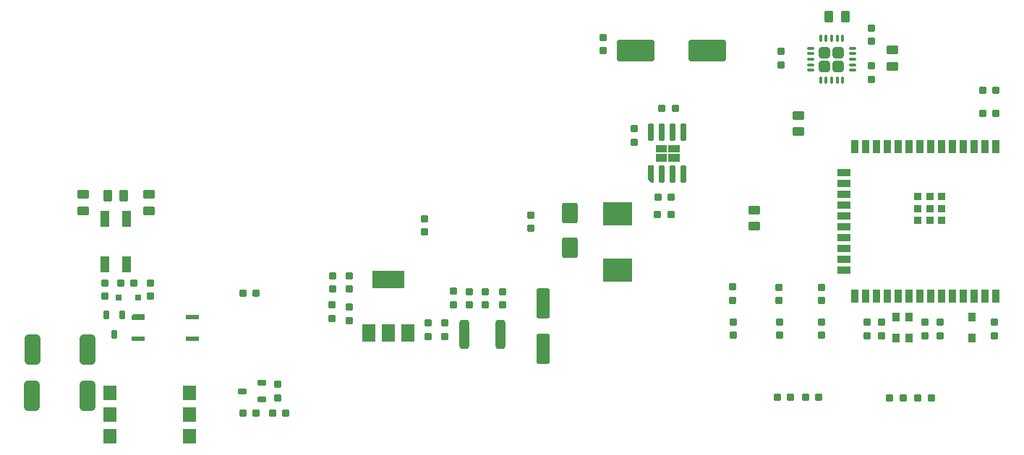
<source format=gbr>
%TF.GenerationSoftware,KiCad,Pcbnew,7.0.10*%
%TF.CreationDate,2024-06-13T10:18:46+07:00*%
%TF.ProjectId,board_dkth,626f6172-645f-4646-9b74-682e6b696361,rev?*%
%TF.SameCoordinates,Original*%
%TF.FileFunction,Paste,Top*%
%TF.FilePolarity,Positive*%
%FSLAX46Y46*%
G04 Gerber Fmt 4.6, Leading zero omitted, Abs format (unit mm)*
G04 Created by KiCad (PCBNEW 7.0.10) date 2024-06-13 10:18:46*
%MOMM*%
%LPD*%
G01*
G04 APERTURE LIST*
G04 Aperture macros list*
%AMRoundRect*
0 Rectangle with rounded corners*
0 $1 Rounding radius*
0 $2 $3 $4 $5 $6 $7 $8 $9 X,Y pos of 4 corners*
0 Add a 4 corners polygon primitive as box body*
4,1,4,$2,$3,$4,$5,$6,$7,$8,$9,$2,$3,0*
0 Add four circle primitives for the rounded corners*
1,1,$1+$1,$2,$3*
1,1,$1+$1,$4,$5*
1,1,$1+$1,$6,$7*
1,1,$1+$1,$8,$9*
0 Add four rect primitives between the rounded corners*
20,1,$1+$1,$2,$3,$4,$5,0*
20,1,$1+$1,$4,$5,$6,$7,0*
20,1,$1+$1,$6,$7,$8,$9,0*
20,1,$1+$1,$8,$9,$2,$3,0*%
%AMOutline5P*
0 Free polygon, 5 corners , with rotation*
0 The origin of the aperture is its center*
0 number of corners: always 5*
0 $1 to $10 corner X, Y*
0 $11 Rotation angle, in degrees counterclockwise*
0 create outline with 5 corners*
4,1,5,$1,$2,$3,$4,$5,$6,$7,$8,$9,$10,$1,$2,$11*%
%AMOutline6P*
0 Free polygon, 6 corners , with rotation*
0 The origin of the aperture is its center*
0 number of corners: always 6*
0 $1 to $12 corner X, Y*
0 $13 Rotation angle, in degrees counterclockwise*
0 create outline with 6 corners*
4,1,6,$1,$2,$3,$4,$5,$6,$7,$8,$9,$10,$11,$12,$1,$2,$13*%
%AMOutline7P*
0 Free polygon, 7 corners , with rotation*
0 The origin of the aperture is its center*
0 number of corners: always 7*
0 $1 to $14 corner X, Y*
0 $15 Rotation angle, in degrees counterclockwise*
0 create outline with 7 corners*
4,1,7,$1,$2,$3,$4,$5,$6,$7,$8,$9,$10,$11,$12,$13,$14,$1,$2,$15*%
%AMOutline8P*
0 Free polygon, 8 corners , with rotation*
0 The origin of the aperture is its center*
0 number of corners: always 8*
0 $1 to $16 corner X, Y*
0 $17 Rotation angle, in degrees counterclockwise*
0 create outline with 8 corners*
4,1,8,$1,$2,$3,$4,$5,$6,$7,$8,$9,$10,$11,$12,$13,$14,$15,$16,$1,$2,$17*%
G04 Aperture macros list end*
%ADD10C,0.010000*%
%ADD11RoundRect,0.127500X-0.322500X0.297500X-0.322500X-0.297500X0.322500X-0.297500X0.322500X0.297500X0*%
%ADD12RoundRect,0.150000X-0.525000X0.350000X-0.525000X-0.350000X0.525000X-0.350000X0.525000X0.350000X0*%
%ADD13RoundRect,0.367348X-0.532652X-1.382652X0.532652X-1.382652X0.532652X1.382652X-0.532652X1.382652X0*%
%ADD14RoundRect,0.127500X-0.297500X-0.322500X0.297500X-0.322500X0.297500X0.322500X-0.297500X0.322500X0*%
%ADD15RoundRect,0.127500X0.322500X-0.297500X0.322500X0.297500X-0.322500X0.297500X-0.322500X-0.297500X0*%
%ADD16RoundRect,0.150000X0.525000X-0.350000X0.525000X0.350000X-0.525000X0.350000X-0.525000X-0.350000X0*%
%ADD17R,1.050000X1.875000*%
%ADD18RoundRect,0.225000X0.225000X-0.325000X0.225000X0.325000X-0.225000X0.325000X-0.225000X-0.325000X0*%
%ADD19RoundRect,0.127500X0.297500X0.322500X-0.297500X0.322500X-0.297500X-0.322500X0.297500X-0.322500X0*%
%ADD20R,3.500000X2.800000*%
%ADD21R,1.520000X1.780000*%
%ADD22RoundRect,0.250000X-1.950000X-1.000000X1.950000X-1.000000X1.950000X1.000000X-1.950000X1.000000X0*%
%ADD23Outline5P,-0.750000X0.120000X-0.570000X0.300000X0.750000X0.300000X0.750000X-0.300000X-0.750000X-0.300000X0.000000*%
%ADD24R,1.500000X0.600000*%
%ADD25RoundRect,0.090000X0.410000X0.210000X-0.410000X0.210000X-0.410000X-0.210000X0.410000X-0.210000X0*%
%ADD26RoundRect,0.090000X-0.210000X0.410000X-0.210000X-0.410000X0.210000X-0.410000X0.210000X0.410000X0*%
%ADD27RoundRect,0.180000X-0.720000X1.020000X-0.720000X-1.020000X0.720000X-1.020000X0.720000X1.020000X0*%
%ADD28R,1.500000X2.000000*%
%ADD29R,3.800000X2.000000*%
%ADD30Outline5P,-0.985000X0.000000X-0.685000X0.300000X0.985000X0.300000X0.985000X-0.300000X-0.985000X-0.300000X90.000000*%
%ADD31RoundRect,0.096000X0.204000X-0.889000X0.204000X0.889000X-0.204000X0.889000X-0.204000X-0.889000X0*%
%ADD32R,0.900000X1.500000*%
%ADD33R,1.500000X0.900000*%
%ADD34R,0.900000X0.900000*%
%ADD35RoundRect,0.367348X0.532652X1.382652X-0.532652X1.382652X-0.532652X-1.382652X0.532652X-1.382652X0*%
%ADD36RoundRect,0.250000X-0.405000X0.405000X-0.405000X-0.405000X0.405000X-0.405000X0.405000X0.405000X0*%
%ADD37RoundRect,0.075000X-0.075000X0.337500X-0.075000X-0.337500X0.075000X-0.337500X0.075000X0.337500X0*%
%ADD38RoundRect,0.075000X-0.337500X0.075000X-0.337500X-0.075000X0.337500X-0.075000X0.337500X0.075000X0*%
%ADD39RoundRect,0.250000X0.312500X1.450000X-0.312500X1.450000X-0.312500X-1.450000X0.312500X-1.450000X0*%
%ADD40RoundRect,0.150000X-0.350000X-0.525000X0.350000X-0.525000X0.350000X0.525000X-0.350000X0.525000X0*%
%ADD41RoundRect,0.250000X-0.550000X1.500000X-0.550000X-1.500000X0.550000X-1.500000X0.550000X1.500000X0*%
%ADD42R,0.700000X0.700000*%
G04 APERTURE END LIST*
%TO.C,U3*%
D10*
X136403340Y-70912272D02*
X135160000Y-70912272D01*
X135160000Y-70110000D01*
X136403340Y-70110000D01*
X136403340Y-70912272D01*
G36*
X136403340Y-70912272D02*
G01*
X135160000Y-70912272D01*
X135160000Y-70110000D01*
X136403340Y-70110000D01*
X136403340Y-70912272D01*
G37*
X134889709Y-70912019D02*
X133650000Y-70912019D01*
X133650000Y-70110000D01*
X134889709Y-70110000D01*
X134889709Y-70912019D01*
G36*
X134889709Y-70912019D02*
G01*
X133650000Y-70912019D01*
X133650000Y-70110000D01*
X134889709Y-70110000D01*
X134889709Y-70912019D01*
G37*
X136402140Y-69839791D02*
X135160000Y-69839791D01*
X135160000Y-69040000D01*
X136402140Y-69040000D01*
X136402140Y-69839791D01*
G36*
X136402140Y-69839791D02*
G01*
X135160000Y-69839791D01*
X135160000Y-69040000D01*
X136402140Y-69040000D01*
X136402140Y-69839791D01*
G37*
X134889587Y-69839587D02*
X133650000Y-69839587D01*
X133650000Y-69040000D01*
X134889587Y-69040000D01*
X134889587Y-69839587D01*
G36*
X134889587Y-69839587D02*
G01*
X133650000Y-69839587D01*
X133650000Y-69040000D01*
X134889587Y-69040000D01*
X134889587Y-69839587D01*
G37*
%TD*%
D11*
%TO.C,C1*%
X69175000Y-85225000D03*
X69175000Y-86775000D03*
%TD*%
D12*
%TO.C,R28*%
X150340000Y-65550000D03*
X150340000Y-67450000D03*
%TD*%
D13*
%TO.C,R9*%
X60675000Y-93000000D03*
X67150000Y-93000000D03*
%TD*%
D14*
%TO.C,C9*%
X149475000Y-98600000D03*
X147925000Y-98600000D03*
%TD*%
D15*
%TO.C,C10*%
X127525000Y-58005000D03*
X127525000Y-56455000D03*
%TD*%
%TO.C,LE3*%
X153104787Y-89804787D03*
X153104787Y-91354787D03*
%TD*%
%TO.C,R16*%
X160100000Y-89825000D03*
X160100000Y-91375000D03*
%TD*%
D16*
%TO.C,R4*%
X66600000Y-76725000D03*
X66600000Y-74825000D03*
%TD*%
%TO.C,R5*%
X74375000Y-76725000D03*
X74375000Y-74825000D03*
%TD*%
D17*
%TO.C,D2*%
X69175000Y-82987500D03*
X71675000Y-77662500D03*
X71675000Y-82987500D03*
X69175000Y-77662500D03*
%TD*%
D18*
%TO.C,D7*%
X170700000Y-91700000D03*
X170702300Y-89200000D03*
%TD*%
D11*
%TO.C,R23*%
X165200000Y-91375000D03*
X165200000Y-89825000D03*
%TD*%
D15*
%TO.C,C16*%
X113725000Y-87800800D03*
X113725000Y-86250800D03*
%TD*%
D18*
%TO.C,D5*%
X161800000Y-91700000D03*
X161802300Y-89200000D03*
%TD*%
D19*
%TO.C,C8*%
X171960000Y-65300000D03*
X173510000Y-65300000D03*
%TD*%
D20*
%TO.C,L2*%
X129175000Y-77125000D03*
X129175000Y-83725000D03*
%TD*%
D21*
%TO.C,U2*%
X79045000Y-103215000D03*
X79045000Y-100675000D03*
X79045000Y-98135000D03*
X69755000Y-98135000D03*
X69755000Y-100675000D03*
X69755000Y-103215000D03*
%TD*%
D22*
%TO.C,C11*%
X131325000Y-58005000D03*
X139725000Y-58005000D03*
%TD*%
D23*
%TO.C,U1*%
X73050000Y-89242500D03*
D24*
X73050000Y-91782500D03*
X79400000Y-91782500D03*
X79400000Y-89242500D03*
%TD*%
D25*
%TO.C,Q2*%
X87512500Y-98850000D03*
X87512500Y-96950000D03*
X85237500Y-97900000D03*
%TD*%
D15*
%TO.C,R2*%
X74500000Y-86775000D03*
X74500000Y-85225000D03*
%TD*%
%TO.C,C15*%
X115700000Y-87800800D03*
X115700000Y-86250800D03*
%TD*%
D11*
%TO.C,C20*%
X95800000Y-84375000D03*
X95800000Y-85925000D03*
%TD*%
D26*
%TO.C,Q1*%
X71200000Y-88937500D03*
X69300000Y-88937500D03*
X70250000Y-91212500D03*
%TD*%
D15*
%TO.C,R22*%
X148100000Y-85715573D03*
X148100000Y-87265573D03*
%TD*%
D27*
%TO.C,D3*%
X123650000Y-81100000D03*
X123650000Y-77050000D03*
%TD*%
D14*
%TO.C,R18*%
X152725000Y-98600000D03*
X151175000Y-98600000D03*
%TD*%
D28*
%TO.C,U4*%
X100050000Y-91075000D03*
X102350000Y-91075000D03*
D29*
X102350000Y-84775000D03*
D28*
X104650000Y-91075000D03*
%TD*%
D15*
%TO.C,R14*%
X111825000Y-87800000D03*
X111825000Y-86250000D03*
%TD*%
D19*
%TO.C,R19*%
X161075000Y-98700000D03*
X162625000Y-98700000D03*
%TD*%
D30*
%TO.C,U3*%
X133120000Y-72450000D03*
D31*
X134390000Y-72450000D03*
X135660000Y-72450000D03*
X136930000Y-72450000D03*
X136930000Y-67500000D03*
X135660000Y-67500000D03*
X134390000Y-67500000D03*
X133120000Y-67500000D03*
%TD*%
D32*
%TO.C,U5*%
X173455000Y-69250000D03*
X172185000Y-69250000D03*
X170915000Y-69250000D03*
X169645000Y-69250000D03*
X168375000Y-69250000D03*
X167105000Y-69250000D03*
X165835000Y-69250000D03*
X164565000Y-69250000D03*
X163295000Y-69250000D03*
X162025000Y-69250000D03*
X160755000Y-69250000D03*
X159485000Y-69250000D03*
X158215000Y-69250000D03*
X156945000Y-69250000D03*
D33*
X155695000Y-72290000D03*
X155695000Y-73560000D03*
X155695000Y-74830000D03*
X155695000Y-76100000D03*
X155695000Y-77370000D03*
X155695000Y-78640000D03*
X155695000Y-79910000D03*
X155695000Y-81180000D03*
X155695000Y-82450000D03*
X155695000Y-83720000D03*
D32*
X156945000Y-86750000D03*
X158215000Y-86750000D03*
X159485000Y-86750000D03*
X160755000Y-86750000D03*
X162025000Y-86750000D03*
X163295000Y-86750000D03*
X164565000Y-86750000D03*
X165835000Y-86750000D03*
X167105000Y-86750000D03*
X168375000Y-86750000D03*
X169645000Y-86750000D03*
X170915000Y-86750000D03*
X172185000Y-86750000D03*
X173455000Y-86750000D03*
D34*
X167135000Y-75100000D03*
X165735000Y-75100000D03*
X164335000Y-75100000D03*
X167135000Y-76500000D03*
X165735000Y-76500000D03*
X164335000Y-76500000D03*
X167135000Y-77900000D03*
X165735000Y-77900000D03*
X164335000Y-77900000D03*
%TD*%
D19*
%TO.C,C21*%
X164375000Y-98700000D03*
X165925000Y-98700000D03*
%TD*%
D11*
%TO.C,LE2*%
X97750000Y-89593787D03*
X97750000Y-88043787D03*
%TD*%
D15*
%TO.C,LE1*%
X109950000Y-86175000D03*
X109950000Y-87725000D03*
%TD*%
%TO.C,C22*%
X106600000Y-77700000D03*
X106600000Y-79250000D03*
%TD*%
D11*
%TO.C,R25*%
X173300000Y-91375000D03*
X173300000Y-89825000D03*
%TD*%
D19*
%TO.C,C7*%
X171960000Y-62650000D03*
X173510000Y-62650000D03*
%TD*%
D11*
%TO.C,R7*%
X89400000Y-97100000D03*
X89400000Y-98650000D03*
%TD*%
%TO.C,C17*%
X109000000Y-89900000D03*
X109000000Y-91450000D03*
%TD*%
D16*
%TO.C,FB1*%
X161400000Y-59800000D03*
X161400000Y-57900000D03*
%TD*%
D15*
%TO.C,LE5*%
X148123935Y-89804786D03*
X148123935Y-91354786D03*
%TD*%
%TO.C,C27*%
X148300000Y-58075000D03*
X148300000Y-59625000D03*
%TD*%
%TO.C,C23*%
X119000000Y-77250000D03*
X119000000Y-78800000D03*
%TD*%
D14*
%TO.C,R3*%
X71050000Y-85225000D03*
X72600000Y-85225000D03*
%TD*%
D19*
%TO.C,R8*%
X86900000Y-100450000D03*
X85350000Y-100450000D03*
%TD*%
D35*
%TO.C,R10*%
X67125000Y-98437500D03*
X60650000Y-98437500D03*
%TD*%
D15*
%TO.C,R21*%
X142700000Y-85687574D03*
X142700000Y-87237574D03*
%TD*%
D11*
%TO.C,R15*%
X95750000Y-87800000D03*
X95750000Y-89350000D03*
%TD*%
D15*
%TO.C,C13*%
X131125000Y-68675000D03*
X131125000Y-67125000D03*
%TD*%
D36*
%TO.C,U9*%
X155060000Y-58177500D03*
X153440000Y-58177500D03*
X155060000Y-59797500D03*
X153440000Y-59797500D03*
D37*
X155550000Y-56550000D03*
X154900000Y-56550000D03*
X154250000Y-56550000D03*
X153600000Y-56550000D03*
X152950000Y-56550000D03*
D38*
X151812500Y-57687500D03*
X151812500Y-58337500D03*
X151812500Y-58987500D03*
X151812500Y-59637500D03*
X151812500Y-60287500D03*
D37*
X152950000Y-61425000D03*
X153600000Y-61425000D03*
X154250000Y-61425000D03*
X154900000Y-61425000D03*
X155550000Y-61425000D03*
D38*
X156687500Y-60287500D03*
X156687500Y-59637500D03*
X156687500Y-58987500D03*
X156687500Y-58337500D03*
X156687500Y-57687500D03*
%TD*%
D12*
%TO.C,R27*%
X145200000Y-76650000D03*
X145200000Y-78550000D03*
%TD*%
D11*
%TO.C,R24*%
X167000000Y-91375000D03*
X167000000Y-89825000D03*
%TD*%
D39*
%TO.C,F2*%
X115487500Y-91271893D03*
X111212500Y-91271893D03*
%TD*%
D19*
%TO.C,R13*%
X135425000Y-77162500D03*
X133875000Y-77162500D03*
%TD*%
D15*
%TO.C,LE4*%
X142714361Y-89776787D03*
X142714361Y-91326787D03*
%TD*%
%TO.C,C25*%
X158900000Y-59775000D03*
X158900000Y-61325000D03*
%TD*%
%TO.C,R17*%
X158400000Y-89825000D03*
X158400000Y-91375000D03*
%TD*%
D40*
%TO.C,C2*%
X69475000Y-74975000D03*
X71375000Y-74975000D03*
%TD*%
D18*
%TO.C,D6*%
X163300000Y-91700000D03*
X163302300Y-89200000D03*
%TD*%
D41*
%TO.C,C14*%
X120475000Y-87571893D03*
X120475000Y-92971893D03*
%TD*%
D42*
%TO.C,D1*%
X70757300Y-86927300D03*
X73037300Y-86927300D03*
%TD*%
D11*
%TO.C,C19*%
X97750000Y-84375000D03*
X97750000Y-85925000D03*
%TD*%
D19*
%TO.C,R6*%
X90375000Y-100475000D03*
X88825000Y-100475000D03*
%TD*%
%TO.C,R1*%
X86900000Y-86450000D03*
X85350000Y-86450000D03*
%TD*%
D11*
%TO.C,C18*%
X107025000Y-89900000D03*
X107025000Y-91450000D03*
%TD*%
D15*
%TO.C,R20*%
X153100000Y-85715574D03*
X153100000Y-87265574D03*
%TD*%
D19*
%TO.C,R12*%
X135450000Y-75162500D03*
X133900000Y-75162500D03*
%TD*%
D11*
%TO.C,C26*%
X158900000Y-56850000D03*
X158900000Y-55300000D03*
%TD*%
D40*
%TO.C,R26*%
X153950000Y-53950000D03*
X155850000Y-53950000D03*
%TD*%
D14*
%TO.C,C12*%
X134390000Y-64700000D03*
X135940000Y-64700000D03*
%TD*%
M02*

</source>
